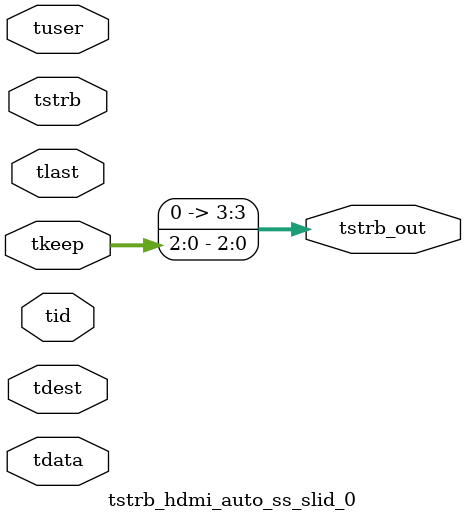
<source format=v>


`timescale 1ps/1ps

module tstrb_hdmi_auto_ss_slid_0 #
(
parameter C_S_AXIS_TDATA_WIDTH = 32,
parameter C_S_AXIS_TUSER_WIDTH = 0,
parameter C_S_AXIS_TID_WIDTH   = 0,
parameter C_S_AXIS_TDEST_WIDTH = 0,
parameter C_M_AXIS_TDATA_WIDTH = 32
)
(
input  [(C_S_AXIS_TDATA_WIDTH == 0 ? 1 : C_S_AXIS_TDATA_WIDTH)-1:0     ] tdata,
input  [(C_S_AXIS_TUSER_WIDTH == 0 ? 1 : C_S_AXIS_TUSER_WIDTH)-1:0     ] tuser,
input  [(C_S_AXIS_TID_WIDTH   == 0 ? 1 : C_S_AXIS_TID_WIDTH)-1:0       ] tid,
input  [(C_S_AXIS_TDEST_WIDTH == 0 ? 1 : C_S_AXIS_TDEST_WIDTH)-1:0     ] tdest,
input  [(C_S_AXIS_TDATA_WIDTH/8)-1:0 ] tkeep,
input  [(C_S_AXIS_TDATA_WIDTH/8)-1:0 ] tstrb,
input                                                                    tlast,
output [(C_M_AXIS_TDATA_WIDTH/8)-1:0 ] tstrb_out
);

assign tstrb_out = {tkeep[2:0]};

endmodule


</source>
